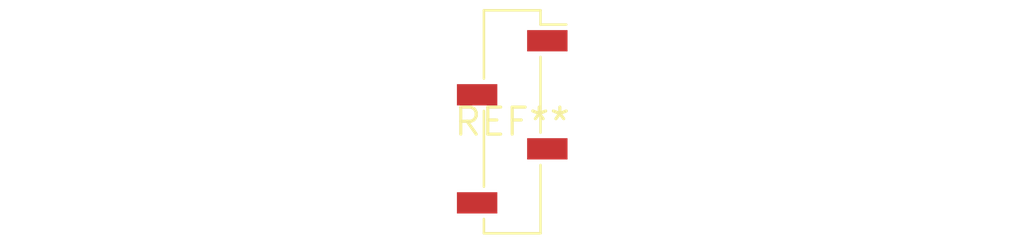
<source format=kicad_pcb>
(kicad_pcb (version 20240108) (generator pcbnew)
  (layers (0 "F.Cu" signal) (31 "B.Cu" signal) (34 "B.Paste" user) (35 "F.Paste" user) (36 "B.SilkS" user "B.Silkscreen") (37 "F.SilkS" user "F.Silkscreen") (38 "B.Mask" user) (39 "F.Mask" user) (44 "Edge.Cuts" user))
  (net 0 "")
  (footprint "PinSocket_1x04_P2.54mm_Vertical_SMD_Pin1Right" (layer "F.Cu") (at 0 0)
    (property "Reference" "REF**")
    (property "Value" "PinSocket_1x04_P2.54mm_Vertical_SMD_Pin1Right")
    (fp_line (start -1.33 -5.24) (end -1.33 -2.03) (layer "F.SilkS") (stroke (width 0.12)))
    (fp_line (start -1.33 -5.24) (end 1.33 -5.24) (layer "F.SilkS") (stroke (width 0.12)))
    (fp_line (start -1.33 -0.51) (end -1.33 3.05) (layer "F.SilkS") (stroke (width 0.12)))
    (fp_line (start -1.33 4.57) (end -1.33 5.24) (layer "F.SilkS") (stroke (width 0.12)))
    (fp_line (start -1.33 5.24) (end 1.33 5.24) (layer "F.SilkS") (stroke (width 0.12)))
    (fp_line (start 1.33 -5.24) (end 1.33 -4.57) (layer "F.SilkS") (stroke (width 0.12)))
    (fp_line (start 1.33 -4.57) (end 2.54 -4.57) (layer "F.SilkS") (stroke (width 0.12)))
    (fp_line (start 1.33 -3.05) (end 1.33 0.51) (layer "F.SilkS") (stroke (width 0.12)))
    (fp_line (start 1.33 2.03) (end 1.33 5.24) (layer "F.SilkS") (stroke (width 0.12)))
    (pad "1" smd rect (at 1.65 -3.81) (size 1.9 1) (layers "F.Cu" "F.Paste" "F.Mask"))
    (pad "2" smd rect (at -1.65 -1.27) (size 1.9 1) (layers "F.Cu" "F.Paste" "F.Mask"))
    (pad "3" smd rect (at 1.65 1.27) (size 1.9 1) (layers "F.Cu" "F.Paste" "F.Mask"))
    (pad "4" smd rect (at -1.65 3.81) (size 1.9 1) (layers "F.Cu" "F.Paste" "F.Mask"))
  )
)
</source>
